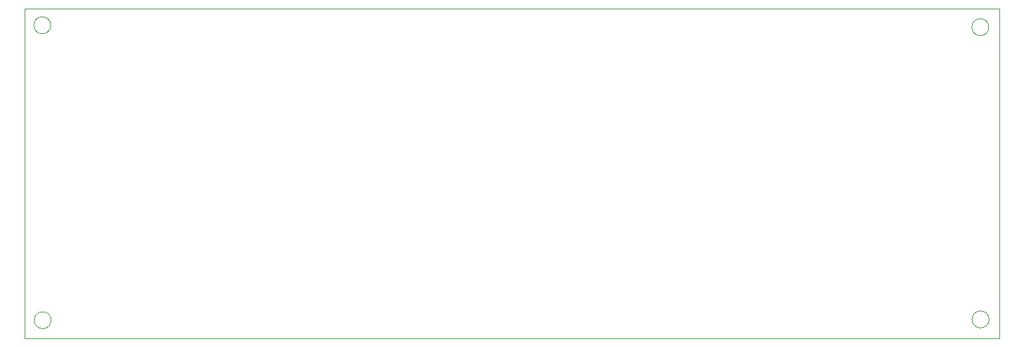
<source format=gbr>
%TF.GenerationSoftware,KiCad,Pcbnew,7.0.1-0*%
%TF.CreationDate,2023-12-21T15:42:22+00:00*%
%TF.ProjectId,orb,6f72622e-6b69-4636-9164-5f7063625858,rev?*%
%TF.SameCoordinates,Original*%
%TF.FileFunction,Profile,NP*%
%FSLAX46Y46*%
G04 Gerber Fmt 4.6, Leading zero omitted, Abs format (unit mm)*
G04 Created by KiCad (PCBNEW 7.0.1-0) date 2023-12-21 15:42:22*
%MOMM*%
%LPD*%
G01*
G04 APERTURE LIST*
%TA.AperFunction,Profile*%
%ADD10C,0.100000*%
%TD*%
G04 APERTURE END LIST*
D10*
X90000000Y-46000000D02*
X214000000Y-46000000D01*
X214000000Y-88000000D01*
X90000000Y-88000000D01*
X90000000Y-46000000D01*
X212696708Y-85590000D02*
G75*
G03*
X212696708Y-85590000I-1076708J0D01*
G01*
X93356708Y-85690000D02*
G75*
G03*
X93356708Y-85690000I-1076708J0D01*
G01*
X93296708Y-48130000D02*
G75*
G03*
X93296708Y-48130000I-1076708J0D01*
G01*
X212666708Y-48370000D02*
G75*
G03*
X212666708Y-48370000I-1076708J0D01*
G01*
M02*

</source>
